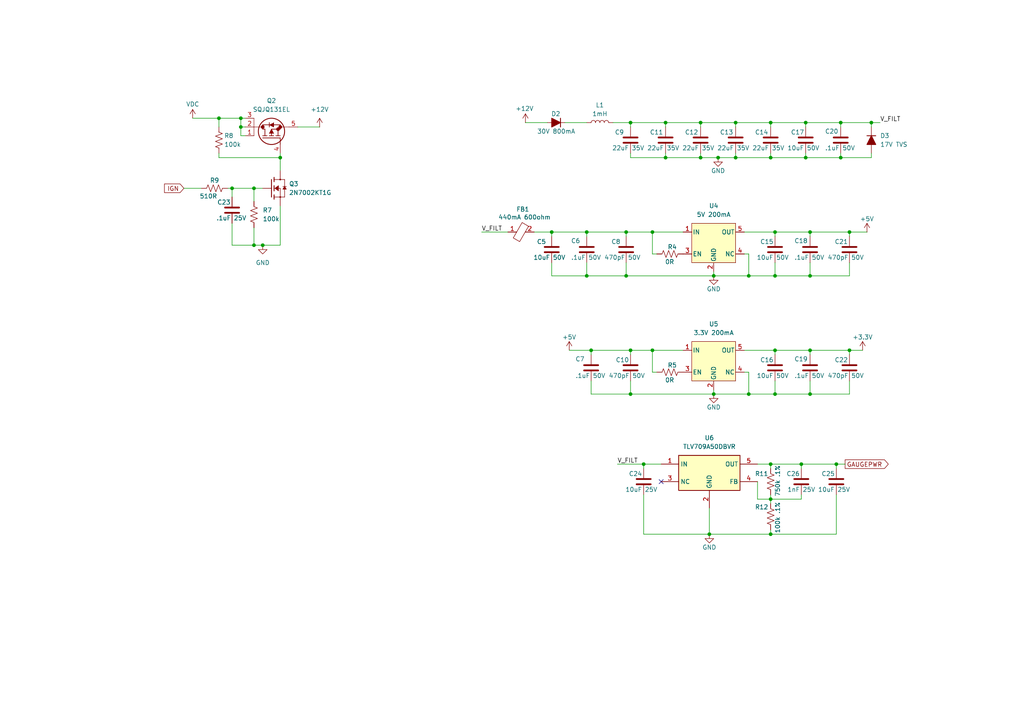
<source format=kicad_sch>
(kicad_sch (version 20231120) (generator "eeschema") (generator_version "8.0")
  (paper "A4")
  (lib_symbols
    (symbol "Sullivan-Labs:CAP_.1uF_25V_0402" (pin_numbers hide) (pin_names (offset 0.254) hide)
      (property "Reference" "C" (at 0.635 2.54 0))
      (property "Value" ".1uF 25V" (at 0.635 -2.54 0))
      (symbol "CAP_.1uF_25V_0402_0_1"
        (polyline (pts (xy -2.032 -0.762) (xy 2.032 -0.762)) (stroke (width 0.508)))
        (polyline (pts (xy -2.032 0.762) (xy 2.032 0.762)) (stroke (width 0.508)))
      )
      (symbol "CAP_.1uF_25V_0402_1_1"
        (pin passive line (at 0 3.81 270) (length 2.794) (name "~") (number "1"))
        (pin passive line (at 0 -3.81 90) (length 2.794) (name "~") (number "2"))
      )
    )
    (symbol "Sullivan-Labs:CAP_.1uF_50V_0603" (pin_numbers hide) (pin_names (offset 0.254) hide)
      (property "Reference" "C" (at 0.635 2.54 0))
      (property "Value" ".1uF 50V" (at 0.635 -2.54 0))
      (symbol "CAP_.1uF_50V_0603_0_1"
        (polyline (pts (xy -2.032 -0.762) (xy 2.032 -0.762)) (stroke (width 0.508)))
        (polyline (pts (xy -2.032 0.762) (xy 2.032 0.762)) (stroke (width 0.508)))
      )
      (symbol "CAP_.1uF_50V_0603_1_1"
        (pin passive line (at 0 3.81 270) (length 2.794) (name "~") (number "1"))
        (pin passive line (at 0 -3.81 90) (length 2.794) (name "~") (number "2"))
      )
    )
    (symbol "Sullivan-Labs:CAP_10uF_25V_0805" (pin_numbers hide) (pin_names (offset 0.254) hide)
      (property "Reference" "C" (at 0.635 2.54 0))
      (property "Value" "10uF 25V" (at 0.635 -2.54 0))
      (symbol "CAP_10uF_25V_0805_0_1"
        (polyline (pts (xy -2.032 -0.762) (xy 2.032 -0.762)) (stroke (width 0.508)))
        (polyline (pts (xy -2.032 0.762) (xy 2.032 0.762)) (stroke (width 0.508)))
      )
      (symbol "CAP_10uF_25V_0805_1_1"
        (pin passive line (at 0 3.81 270) (length 2.794) (name "~") (number "1"))
        (pin passive line (at 0 -3.81 90) (length 2.794) (name "~") (number "2"))
      )
    )
    (symbol "Sullivan-Labs:CAP_10uF_50V_0805" (pin_numbers hide) (pin_names (offset 0.254) hide)
      (property "Reference" "C" (at 0.635 2.54 0))
      (property "Value" "10uF 50V" (at 0.635 -2.54 0))
      (symbol "CAP_10uF_50V_0805_0_1"
        (polyline (pts (xy -2.032 -0.762) (xy 2.032 -0.762)) (stroke (width 0.508)))
        (polyline (pts (xy -2.032 0.762) (xy 2.032 0.762)) (stroke (width 0.508)))
      )
      (symbol "CAP_10uF_50V_0805_1_1"
        (pin passive line (at 0 3.81 270) (length 2.794) (name "~") (number "1"))
        (pin passive line (at 0 -3.81 90) (length 2.794) (name "~") (number "2"))
      )
    )
    (symbol "Sullivan-Labs:CAP_1nF_25V_0402" (pin_numbers hide) (pin_names (offset 0.254) hide)
      (property "Reference" "C" (at 0.635 2.54 0))
      (property "Value" "1nF 25V" (at 0.635 -2.54 0))
      (symbol "CAP_1nF_25V_0402_0_1"
        (polyline (pts (xy -2.032 -0.762) (xy 2.032 -0.762)) (stroke (width 0.508)))
        (polyline (pts (xy -2.032 0.762) (xy 2.032 0.762)) (stroke (width 0.508)))
      )
      (symbol "CAP_1nF_25V_0402_1_1"
        (pin passive line (at 0 3.81 270) (length 2.794) (name "~") (number "1"))
        (pin passive line (at 0 -3.81 90) (length 2.794) (name "~") (number "2"))
      )
    )
    (symbol "Sullivan-Labs:CAP_22uF_35V_0805" (pin_numbers hide) (pin_names (offset 0.254) hide)
      (property "Reference" "C" (at 0.635 2.54 0))
      (property "Value" "22uF 35V" (at 0.635 -2.54 0))
      (symbol "CAP_22uF_35V_0805_0_1"
        (polyline (pts (xy -2.032 -0.762) (xy 2.032 -0.762)) (stroke (width 0.508)))
        (polyline (pts (xy -2.032 0.762) (xy 2.032 0.762)) (stroke (width 0.508)))
      )
      (symbol "CAP_22uF_35V_0805_1_1"
        (pin passive line (at 0 3.81 270) (length 2.794) (name "~") (number "1"))
        (pin passive line (at 0 -3.81 90) (length 2.794) (name "~") (number "2"))
      )
    )
    (symbol "Sullivan-Labs:CAP_470pF_50V_0402" (pin_numbers hide) (pin_names (offset 0.254) hide)
      (property "Reference" "C" (at 0.635 2.54 0))
      (property "Value" "470pF 50V" (at 0.635 -2.54 0))
      (symbol "CAP_470pF_50V_0402_0_1"
        (polyline (pts (xy -2.032 -0.762) (xy 2.032 -0.762)) (stroke (width 0.508)))
        (polyline (pts (xy -2.032 0.762) (xy 2.032 0.762)) (stroke (width 0.508)))
      )
      (symbol "CAP_470pF_50V_0402_1_1"
        (pin passive line (at 0 3.81 270) (length 2.794) (name "~") (number "1"))
        (pin passive line (at 0 -3.81 90) (length 2.794) (name "~") (number "2"))
      )
    )
    (symbol "Sullivan-Labs:DIODE 30V 800mA 220mVf" (pin_numbers hide) (pin_names (offset 0) hide)
      (property "Reference" "D" (at 1.016 4.572 0))
      (property "Value" "30V 800mA" (at 5.588 2.794 0))
      (symbol "DIODE 30V 800mA 220mVf_1_1"
        (polyline (pts (xy 1.27 1.27) (xy 1.27 -1.27)) (stroke (width 0.254)))
        (polyline (pts (xy 1.27 0) (xy 3.81 1.27) (xy 3.81 -1.27) (xy 1.27 0)) (stroke (width 0.254)) (fill (type outline)))
        (pin unspecified line (at 0 0 0) (length 1.27) (name "1") (number "1"))
        (pin unspecified line (at 5.08 0 180) (length 1.27) (name "2") (number "2"))
      )
    )
    (symbol "Sullivan-Labs:DIODE TVS 17Vwm 400W" (pin_numbers hide) (pin_names hide)
      (property "Reference" "D" (at 1.524 6.35 0))
      (property "Value" "17V TVS" (at 1.524 4.572 0))
      (symbol "DIODE TVS 17Vwm 400W_1_1"
        (polyline (pts (xy 2.54 1.27) (xy 2.54 -1.27)) (stroke (width 0.254)))
        (polyline (pts (xy 2.54 0) (xy 5.08 1.27) (xy 5.08 -1.27) (xy 2.54 0)) (stroke (width 0.254)) (fill (type outline)))
        (pin passive line (at 0 0 0) (length 2.54) (name "K") (number "1"))
        (pin passive line (at 7.62 0 180) (length 2.54) (name "A") (number "2"))
      )
    )
    (symbol "Sullivan-Labs:FB_600Ohm_100MHz_0402"
      (property "Reference" "FB" (at 2.286 6.096 0))
      (property "Value" "440mA 600ohm" (at 2.032 4.064 0))
      (symbol "FB_600Ohm_100MHz_0402_0_1"
        (polyline (pts (xy 2.54 0) (xy 2.5146 0)))
        (polyline (pts (xy 5.08 0) (xy 5.0292 0)))
        (polyline (pts (xy 3.4036 -2.7686) (xy 1.5494 -1.7018) (xy 4.1148 2.7686) (xy 5.969 1.6764) (xy 3.4036 -2.7686)))
      )
      (symbol "FB_600Ohm_100MHz_0402_1_1"
        (pin passive line (at 0 0 0) (length 2.54) (name "~") (number "1"))
        (pin passive line (at 7.62 0 180) (length 2.54) (name "~") (number "2"))
      )
    )
    (symbol "Sullivan-Labs:IND 1mH 260mA" (pin_numbers hide) (pin_names (offset 1.016) hide)
      (property "Reference" "L" (at -1.27 0 90))
      (property "Value" "1mH" (at 1.905 0 90))
      (symbol "IND 1mH 260mA_0_1"
        (arc (start 0 -2.54) (mid 0.6323 -1.905) (end 0 -1.27))
        (arc (start 0 -1.27) (mid 0.6323 -0.635) (end 0 0))
        (arc (start 0 0) (mid 0.6323 0.635) (end 0 1.27))
        (arc (start 0 1.27) (mid 0.6323 1.905) (end 0 2.54))
      )
      (symbol "IND 1mH 260mA_1_1"
        (pin passive line (at 0 3.81 270) (length 1.27) (name "1") (number "1"))
        (pin passive line (at 0 -3.81 90) (length 1.27) (name "2") (number "2"))
      )
    )
    (symbol "Sullivan-Labs:LDO 3.3Vout 18Vin 200mA" (pin_names (offset 0.254))
      (property "Reference" "U" (at 9.906 5.334 0))
      (property "Value" "3.3V 200mA" (at 13.97 3.556 0))
      (symbol "LDO 3.3Vout 18Vin 200mA_1_1"
        (rectangle (start 7.62 2.54) (end 20.32 -8.89) (fill (type background)))
        (pin power_in line (at 5.08 0 0) (length 2.54) (name "IN") (number "1"))
        (pin power_out line (at 13.97 -11.43 90) (length 2.54) (name "GND") (number "2"))
        (pin input line (at 5.08 -6.35 0) (length 2.54) (name "EN") (number "3"))
        (pin unspecified line (at 22.86 -6.35 180) (length 2.54) (name "NC") (number "4"))
        (pin power_out line (at 22.86 0 180) (length 2.54) (name "OUT") (number "5"))
      )
    )
    (symbol "Sullivan-Labs:LDO 5Vout 18Vin 200mA" (pin_names (offset 0.254))
      (property "Reference" "U" (at 9.906 5.334 0))
      (property "Value" "5V 200mA" (at 13.97 3.556 0))
      (symbol "LDO 5Vout 18Vin 200mA_1_1"
        (rectangle (start 7.62 2.54) (end 20.32 -8.89) (fill (type background)))
        (pin power_in line (at 5.08 0 0) (length 2.54) (name "IN") (number "1"))
        (pin power_out line (at 13.97 -11.43 90) (length 2.54) (name "GND") (number "2"))
        (pin input line (at 5.08 -6.35 0) (length 2.54) (name "EN") (number "3"))
        (pin unspecified line (at 22.86 -6.35 180) (length 2.54) (name "NC") (number "4"))
        (pin power_out line (at 22.86 0 180) (length 2.54) (name "OUT") (number "5"))
      )
    )
    (symbol "Sullivan-Labs:LDO Adj 30V 150mA"
      (property "Reference" "U" (at 24.13 7.62 0))
      (property "Value" "TLV709A50DBVR" (at 24.13 5.08 0))
      (symbol "LDO Adj 30V 150mA_1_1"
        (rectangle (start 5.08 2.54) (end 22.86 -7.62) (stroke (width 0.254)) (fill (type background)))
        (pin passive line (at 0 0 0) (length 5.08) (name "IN") (number "1"))
        (pin passive line (at 13.97 -12.7 90) (length 5.08) (name "GND") (number "2"))
        (pin passive line (at 0 -5.08 0) (length 5.08) (name "NC") (number "3"))
        (pin passive line (at 27.94 -5.08 180) (length 5.08) (name "FB") (number "4"))
        (pin passive line (at 27.94 0 180) (length 5.08) (name "OUT") (number "5"))
      )
    )
    (symbol "Sullivan-Labs:NMOS 320mA 60V" (pin_numbers hide) (pin_names hide)
      (property "Reference" "Q" (at 11.43 3.81 0))
      (property "Value" "2N7002KT1G" (at 11.43 1.27 0))
      (symbol "NMOS 320mA 60V_0_0"
        (polyline (pts (xy 2.54 2.54) (xy 2.54 -2.54)) (stroke (width 0.254)))
        (polyline (pts (xy 3.302 -2.54) (xy 3.302 -3.175)) (stroke (width 0.254)))
        (polyline (pts (xy 3.302 -1.905) (xy 3.302 -2.54)) (stroke (width 0.254)))
        (polyline (pts (xy 3.302 0) (xy 3.302 -0.762)) (stroke (width 0.254)))
        (polyline (pts (xy 3.302 0) (xy 5.08 0)) (stroke (width 0.1524)))
        (polyline (pts (xy 3.302 0.762) (xy 3.302 0)) (stroke (width 0.254)))
        (polyline (pts (xy 3.302 2.54) (xy 3.302 1.905)) (stroke (width 0.254)))
        (polyline (pts (xy 3.302 2.54) (xy 6.35 2.54)) (stroke (width 0.1524)))
        (polyline (pts (xy 3.302 3.175) (xy 3.302 2.54)) (stroke (width 0.254)))
        (polyline (pts (xy 5.08 -2.54) (xy 3.302 -2.54)) (stroke (width 0.1524)))
        (polyline (pts (xy 5.08 -2.54) (xy 6.35 -2.54)) (stroke (width 0.1524)))
        (polyline (pts (xy 5.08 0) (xy 5.08 -2.54)) (stroke (width 0.1524)))
        (polyline (pts (xy 6.35 0.508) (xy 5.842 0.508)) (stroke (width 0.1524)))
        (polyline (pts (xy 6.35 0.508) (xy 6.35 -2.54)) (stroke (width 0.1524)))
        (polyline (pts (xy 6.35 2.54) (xy 6.35 0.508)) (stroke (width 0.1524)))
        (polyline (pts (xy 6.858 0.508) (xy 6.35 0.508)) (stroke (width 0.1524)))
        (polyline (pts (xy 3.556 0) (xy 4.572 0.762) (xy 4.572 -0.762) (xy 3.556 0)) (stroke (width 0.1524)) (fill (type outline)))
        (polyline (pts (xy 6.35 0.508) (xy 5.842 -0.254) (xy 6.858 -0.254) (xy 6.35 0.508)) (stroke (width 0.1524)) (fill (type outline)))
        (circle (center 5.08 -2.54) (radius 0.127) (stroke (width 0.254)))
        (circle (center 5.08 2.54) (radius 0.127) (stroke (width 0.254)))
      )
      (symbol "NMOS 320mA 60V_1_1"
        (pin passive line (at 0 0 0) (length 2.54) (name "G") (number "1"))
        (pin passive line (at 5.08 -5.08 90) (length 2.54) (name "S") (number "2"))
        (pin passive line (at 5.08 5.08 270) (length 2.54) (name "D") (number "3"))
      )
    )
    (symbol "Sullivan-Labs:PMOS SQJQ131EL" (pin_names (offset 0.254) hide)
      (property "Reference" "Q" (at 11.43 4.445 0))
      (property "Value" "SQJQ131EL" (at 14.478 -2.286 0))
      (symbol "PMOS SQJQ131EL_0_1"
        (polyline (pts (xy 2.54 0) (xy 4.445 0)) (stroke (width 0.2032)))
        (polyline (pts (xy 4.445 0) (xy 4.445 5.08)) (stroke (width 0.2032)))
        (polyline (pts (xy 5.08 0) (xy 5.08 1.27)) (stroke (width 0.2032)))
        (polyline (pts (xy 5.08 0.635) (xy 6.985 0.635)) (stroke (width 0.2032)))
        (polyline (pts (xy 5.08 1.905) (xy 5.08 3.175)) (stroke (width 0.2032)))
        (polyline (pts (xy 5.08 3.81) (xy 5.08 5.08)) (stroke (width 0.2032)))
        (polyline (pts (xy 5.08 4.445) (xy 6.985 4.445)) (stroke (width 0.2032)))
        (polyline (pts (xy 5.08 7.62) (xy 10.16 7.62)) (stroke (width 0.127)))
        (polyline (pts (xy 5.715 2.54) (xy 5.08 2.54)) (stroke (width 0.2032)))
        (polyline (pts (xy 6.985 0) (xy 6.985 2.54)) (stroke (width 0.2032)))
        (polyline (pts (xy 6.985 0) (xy 8.255 0)) (stroke (width 0.2032)))
        (polyline (pts (xy 6.985 4.445) (xy 6.985 5.08)) (stroke (width 0.2032)))
        (polyline (pts (xy 6.985 5.08) (xy 8.255 5.08)) (stroke (width 0.2032)))
        (polyline (pts (xy 7.62 -2.54) (xy 7.62 0)) (stroke (width 0.127)))
        (polyline (pts (xy 7.62 7.62) (xy 7.62 5.08)) (stroke (width 0.127)))
        (polyline (pts (xy 8.255 0) (xy 8.255 1.905)) (stroke (width 0.2032)))
        (polyline (pts (xy 8.255 3.175) (xy 8.255 5.08)) (stroke (width 0.2032)))
        (polyline (pts (xy 8.89 3.175) (xy 7.62 3.175)) (stroke (width 0.2032)))
        (polyline (pts (xy 5.715 1.905) (xy 6.985 2.54) (xy 5.715 3.175)) (fill (type outline)))
        (polyline (pts (xy 8.89 1.905) (xy 7.62 1.905) (xy 8.255 3.175)) (fill (type outline)))
        (circle (center 6.35 2.54) (radius 3.81) (stroke (width 0.254)))
        (circle (center 6.985 0.635) (radius 0.0254) (stroke (width 0.508)))
        (circle (center 7.62 0) (radius 0.0254) (stroke (width 0.508)))
        (circle (center 7.62 5.08) (radius 0.0254) (stroke (width 0.508)))
      )
      (symbol "PMOS SQJQ131EL_1_1"
        (pin unspecified line (at 5.08 10.16 270) (length 2.54) (name "") (number "1"))
        (pin unspecified line (at 7.62 10.16 270) (length 2.54) (name "") (number "2"))
        (pin unspecified line (at 10.16 10.16 270) (length 2.54) (name "") (number "3"))
        (pin unspecified line (at 0 0 0) (length 2.54) (name "") (number "4"))
        (pin unspecified line (at 7.62 -5.08 90) (length 2.54) (name "") (number "5"))
      )
    )
    (symbol "Sullivan-Labs:RES_0R_0402" (pin_numbers hide) (pin_names (offset 0) hide)
      (property "Reference" "R" (at 2.54 0 90))
      (property "Value" "0R" (at -2.54 0 90))
      (symbol "RES_0R_0402_0_1"
        (polyline (pts (xy 0 -2.286) (xy 0 -2.54)))
        (polyline (pts (xy 0 2.286) (xy 0 2.54)))
        (polyline (pts (xy 0 -0.762) (xy 1.016 -1.143) (xy 0 -1.524) (xy -1.016 -1.905) (xy 0 -2.286)))
        (polyline (pts (xy 0 0.762) (xy 1.016 0.381) (xy 0 0) (xy -1.016 -0.381) (xy 0 -0.762)))
        (polyline (pts (xy 0 2.286) (xy 1.016 1.905) (xy 0 1.524) (xy -1.016 1.143) (xy 0 0.762)))
      )
      (symbol "RES_0R_0402_1_1"
        (pin passive line (at 0 3.81 270) (length 1.27) (name "~") (number "1"))
        (pin passive line (at 0 -3.81 90) (length 1.27) (name "~") (number "2"))
      )
    )
    (symbol "Sullivan-Labs:RES_100k_.1%_0402" (pin_numbers hide) (pin_names (offset 0) hide)
      (property "Reference" "R" (at 2.54 0 90))
      (property "Value" "100k .1%" (at -2.54 0 90))
      (symbol "RES_100k_.1%_0402_0_1"
        (polyline (pts (xy 0 -2.286) (xy 0 -2.54)))
        (polyline (pts (xy 0 2.286) (xy 0 2.54)))
        (polyline (pts (xy 0 -0.762) (xy 1.016 -1.143) (xy 0 -1.524) (xy -1.016 -1.905) (xy 0 -2.286)))
        (polyline (pts (xy 0 0.762) (xy 1.016 0.381) (xy 0 0) (xy -1.016 -0.381) (xy 0 -0.762)))
        (polyline (pts (xy 0 2.286) (xy 1.016 1.905) (xy 0 1.524) (xy -1.016 1.143) (xy 0 0.762)))
      )
      (symbol "RES_100k_.1%_0402_1_1"
        (pin passive line (at 0 3.81 270) (length 1.27) (name "~") (number "1"))
        (pin passive line (at 0 -3.81 90) (length 1.27) (name "~") (number "2"))
      )
    )
    (symbol "Sullivan-Labs:RES_100k_0402" (pin_numbers hide) (pin_names (offset 0) hide)
      (property "Reference" "R" (at 2.54 0 90))
      (property "Value" "100k" (at -2.54 0 90))
      (symbol "RES_100k_0402_0_1"
        (polyline (pts (xy 0 -2.286) (xy 0 -2.54)))
        (polyline (pts (xy 0 2.286) (xy 0 2.54)))
        (polyline (pts (xy 0 -0.762) (xy 1.016 -1.143) (xy 0 -1.524) (xy -1.016 -1.905) (xy 0 -2.286)))
        (polyline (pts (xy 0 0.762) (xy 1.016 0.381) (xy 0 0) (xy -1.016 -0.381) (xy 0 -0.762)))
        (polyline (pts (xy 0 2.286) (xy 1.016 1.905) (xy 0 1.524) (xy -1.016 1.143) (xy 0 0.762)))
      )
      (symbol "RES_100k_0402_1_1"
        (pin passive line (at 0 3.81 270) (length 1.27) (name "~") (number "1"))
        (pin passive line (at 0 -3.81 90) (length 1.27) (name "~") (number "2"))
      )
    )
    (symbol "Sullivan-Labs:RES_510R_0402" (pin_numbers hide) (pin_names (offset 0) hide)
      (property "Reference" "R" (at 2.54 0 90))
      (property "Value" "510R" (at -2.54 0 90))
      (symbol "RES_510R_0402_0_1"
        (polyline (pts (xy 0 -2.286) (xy 0 -2.54)))
        (polyline (pts (xy 0 2.286) (xy 0 2.54)))
        (polyline (pts (xy 0 -0.762) (xy 1.016 -1.143) (xy 0 -1.524) (xy -1.016 -1.905) (xy 0 -2.286)))
        (polyline (pts (xy 0 0.762) (xy 1.016 0.381) (xy 0 0) (xy -1.016 -0.381) (xy 0 -0.762)))
        (polyline (pts (xy 0 2.286) (xy 1.016 1.905) (xy 0 1.524) (xy -1.016 1.143) (xy 0 0.762)))
      )
      (symbol "RES_510R_0402_1_1"
        (pin passive line (at 0 3.81 270) (length 1.27) (name "~") (number "1"))
        (pin passive line (at 0 -3.81 90) (length 1.27) (name "~") (number "2"))
      )
    )
    (symbol "Sullivan-Labs:RES_750k_.1%_0402" (pin_numbers hide) (pin_names (offset 0) hide)
      (property "Reference" "R" (at 2.54 0 90))
      (property "Value" "750k .1%" (at -2.54 0 90))
      (symbol "RES_750k_.1%_0402_0_1"
        (polyline (pts (xy 0 -2.286) (xy 0 -2.54)))
        (polyline (pts (xy 0 2.286) (xy 0 2.54)))
        (polyline (pts (xy 0 -0.762) (xy 1.016 -1.143) (xy 0 -1.524) (xy -1.016 -1.905) (xy 0 -2.286)))
        (polyline (pts (xy 0 0.762) (xy 1.016 0.381) (xy 0 0) (xy -1.016 -0.381) (xy 0 -0.762)))
        (polyline (pts (xy 0 2.286) (xy 1.016 1.905) (xy 0 1.524) (xy -1.016 1.143) (xy 0 0.762)))
      )
      (symbol "RES_750k_.1%_0402_1_1"
        (pin passive line (at 0 3.81 270) (length 1.27) (name "~") (number "1"))
        (pin passive line (at 0 -3.81 90) (length 1.27) (name "~") (number "2"))
      )
    )
    (symbol "power:+12V" (power) (pin_numbers hide) (pin_names (offset 0) hide)
      (property "Value" "+12V" (at 0 3.556 0))
      (symbol "+12V_0_1"
        (polyline (pts (xy -0.762 1.27) (xy 0 2.54)))
        (polyline (pts (xy 0 0) (xy 0 2.54)))
        (polyline (pts (xy 0 2.54) (xy 0.762 1.27)))
      )
      (symbol "+12V_1_1"
        (pin power_in line (at 0 0 90) (length 0) (name "~") (number "1"))
      )
    )
    (symbol "power:+3.3V" (power) (pin_numbers hide) (pin_names (offset 0) hide)
      (property "Value" "+3.3V" (at 0 3.556 0))
      (symbol "+3.3V_0_1"
        (polyline (pts (xy -0.762 1.27) (xy 0 2.54)))
        (polyline (pts (xy 0 0) (xy 0 2.54)))
        (polyline (pts (xy 0 2.54) (xy 0.762 1.27)))
      )
      (symbol "+3.3V_1_1"
        (pin power_in line (at 0 0 90) (length 0) (name "~") (number "1"))
      )
    )
    (symbol "power:+5V" (power) (pin_numbers hide) (pin_names (offset 0) hide)
      (property "Value" "+5V" (at 0 3.556 0))
      (symbol "+5V_0_1"
        (polyline (pts (xy -0.762 1.27) (xy 0 2.54)))
        (polyline (pts (xy 0 0) (xy 0 2.54)))
        (polyline (pts (xy 0 2.54) (xy 0.762 1.27)))
      )
      (symbol "+5V_1_1"
        (pin power_in line (at 0 0 90) (length 0) (name "~") (number "1"))
      )
    )
    (symbol "power:GND" (power) (pin_numbers hide) (pin_names (offset 0) hide)
      (property "Value" "GND" (at 0 -3.81 0))
      (symbol "GND_0_1"
        (polyline (pts (xy 0 0) (xy 0 -1.27) (xy 1.27 -1.27) (xy 0 -2.54) (xy -1.27 -1.27) (xy 0 -1.27)))
      )
      (symbol "GND_1_1"
        (pin power_in line (at 0 0 270) (length 0) (name "~") (number "1"))
      )
    )
    (symbol "power:VDC" (power) (pin_numbers hide) (pin_names (offset 0) hide)
      (property "Value" "VDC" (at 0 3.556 0))
      (symbol "VDC_0_1"
        (polyline (pts (xy -0.762 1.27) (xy 0 2.54)))
        (polyline (pts (xy 0 0) (xy 0 2.54)))
        (polyline (pts (xy 0 2.54) (xy 0.762 1.27)))
      )
      (symbol "VDC_1_1"
        (pin power_in line (at 0 0 90) (length 0) (name "~") (number "1"))
      )
    )
  )
  (junction (at 171.45 101.6))
  (junction (at 203.2 35.56))
  (junction (at 217.17 114.3))
  (junction (at 234.95 101.6))
  (junction (at 246.38 101.6))
  (junction (at 181.61 67.31))
  (junction (at 76.2 71.12))
  (junction (at 252.73 35.56))
  (junction (at 243.84 45.72))
  (junction (at 207.01 114.3))
  (junction (at 223.52 134.62))
  (junction (at 81.28 45.72))
  (junction (at 217.17 80.01))
  (junction (at 160.02 67.31))
  (junction (at 208.28 45.72))
  (junction (at 67.31 54.61))
  (junction (at 232.41 134.62))
  (junction (at 223.52 154.94))
  (junction (at 224.79 114.3))
  (junction (at 234.95 114.3))
  (junction (at 189.23 67.31))
  (junction (at 189.23 101.6))
  (junction (at 73.66 71.12))
  (junction (at 242.57 134.62))
  (junction (at 243.84 35.56))
  (junction (at 69.85 36.83))
  (junction (at 170.18 67.31))
  (junction (at 234.95 80.01))
  (junction (at 213.36 35.56))
  (junction (at 224.79 80.01))
  (junction (at 182.88 35.56))
  (junction (at 182.88 114.3))
  (junction (at 193.04 35.56))
  (junction (at 193.04 45.72))
  (junction (at 170.18 80.01))
  (junction (at 186.69 134.62))
  (junction (at 223.52 35.56))
  (junction (at 224.79 101.6))
  (junction (at 205.74 154.94))
  (junction (at 181.61 80.01))
  (junction (at 223.52 144.78))
  (junction (at 73.66 54.61))
  (junction (at 182.88 101.6))
  (junction (at 213.36 45.72))
  (junction (at 224.79 67.31))
  (junction (at 246.38 67.31))
  (junction (at 203.2 45.72))
  (junction (at 234.95 67.31))
  (junction (at 207.01 80.01))
  (junction (at 63.5 34.29))
  (junction (at 69.85 34.29))
  (junction (at 233.68 45.72))
  (junction (at 223.52 45.72))
  (junction (at 233.68 35.56))
  (no_connect (at 191.77 139.7))
  (wire (pts (xy 219.71 134.62) (xy 223.52 134.62)))
  (wire (pts (xy 171.45 110.49) (xy 171.45 114.3)))
  (wire (pts (xy 215.9 107.95) (xy 217.17 107.95)))
  (wire (pts (xy 224.79 110.49) (xy 224.79 114.3)))
  (wire (pts (xy 152.4 35.56) (xy 158.75 35.56)))
  (wire (pts (xy 217.17 107.95) (xy 217.17 114.3)))
  (wire (pts (xy 193.04 35.56) (xy 193.04 36.83)))
  (wire (pts (xy 186.69 134.62) (xy 186.69 135.89)))
  (wire (pts (xy 193.04 44.45) (xy 193.04 45.72)))
  (wire (pts (xy 208.28 45.72) (xy 203.2 45.72)))
  (wire (pts (xy 234.95 101.6) (xy 234.95 102.87)))
  (wire (pts (xy 63.5 44.45) (xy 63.5 45.72)))
  (wire (pts (xy 243.84 35.56) (xy 252.73 35.56)))
  (wire (pts (xy 69.85 36.83) (xy 71.12 36.83)))
  (wire (pts (xy 189.23 73.66) (xy 189.23 67.31)))
  (wire (pts (xy 189.23 73.66) (xy 190.5 73.66)))
  (wire (pts (xy 219.71 144.78) (xy 223.52 144.78)))
  (wire (pts (xy 73.66 54.61) (xy 76.2 54.61)))
  (wire (pts (xy 181.61 67.31) (xy 189.23 67.31)))
  (wire (pts (xy 243.84 35.56) (xy 233.68 35.56)))
  (wire (pts (xy 223.52 144.78) (xy 223.52 146.05)))
  (wire (pts (xy 190.5 107.95) (xy 189.23 107.95)))
  (wire (pts (xy 224.79 80.01) (xy 234.95 80.01)))
  (wire (pts (xy 205.74 154.94) (xy 223.52 154.94)))
  (wire (pts (xy 246.38 101.6) (xy 250.19 101.6)))
  (wire (pts (xy 186.69 143.51) (xy 186.69 154.94)))
  (wire (pts (xy 234.95 80.01) (xy 246.38 80.01)))
  (wire (pts (xy 233.68 35.56) (xy 233.68 36.83)))
  (wire (pts (xy 234.95 110.49) (xy 234.95 114.3)))
  (wire (pts (xy 67.31 71.12) (xy 73.66 71.12)))
  (wire (pts (xy 223.52 154.94) (xy 242.57 154.94)))
  (wire (pts (xy 160.02 67.31) (xy 170.18 67.31)))
  (wire (pts (xy 246.38 110.49) (xy 246.38 114.3)))
  (wire (pts (xy 234.95 114.3) (xy 246.38 114.3)))
  (wire (pts (xy 246.38 101.6) (xy 246.38 102.87)))
  (wire (pts (xy 73.66 71.12) (xy 76.2 71.12)))
  (wire (pts (xy 213.36 44.45) (xy 213.36 45.72)))
  (wire (pts (xy 233.68 35.56) (xy 223.52 35.56)))
  (wire (pts (xy 233.68 45.72) (xy 223.52 45.72)))
  (wire (pts (xy 224.79 114.3) (xy 234.95 114.3)))
  (wire (pts (xy 224.79 76.2) (xy 224.79 80.01)))
  (wire (pts (xy 252.73 36.83) (xy 252.73 35.56)))
  (wire (pts (xy 224.79 67.31) (xy 224.79 68.58)))
  (wire (pts (xy 232.41 135.89) (xy 232.41 134.62)))
  (wire (pts (xy 207.01 80.01) (xy 207.01 78.74)))
  (wire (pts (xy 69.85 39.37) (xy 69.85 36.83)))
  (wire (pts (xy 53.34 54.61) (xy 58.42 54.61)))
  (wire (pts (xy 223.52 35.56) (xy 223.52 36.83)))
  (wire (pts (xy 223.52 134.62) (xy 232.41 134.62)))
  (wire (pts (xy 207.01 114.3) (xy 207.01 113.03)))
  (wire (pts (xy 69.85 36.83) (xy 69.85 34.29)))
  (wire (pts (xy 203.2 44.45) (xy 203.2 45.72)))
  (wire (pts (xy 246.38 67.31) (xy 251.46 67.31)))
  (wire (pts (xy 252.73 44.45) (xy 252.73 45.72)))
  (wire (pts (xy 160.02 67.31) (xy 160.02 68.58)))
  (wire (pts (xy 81.28 45.72) (xy 81.28 49.53)))
  (wire (pts (xy 181.61 67.31) (xy 181.61 68.58)))
  (wire (pts (xy 67.31 57.15) (xy 67.31 54.61)))
  (wire (pts (xy 224.79 67.31) (xy 234.95 67.31)))
  (wire (pts (xy 213.36 35.56) (xy 203.2 35.56)))
  (wire (pts (xy 223.52 35.56) (xy 213.36 35.56)))
  (wire (pts (xy 223.52 135.89) (xy 223.52 134.62)))
  (wire (pts (xy 63.5 34.29) (xy 63.5 36.83)))
  (wire (pts (xy 182.88 35.56) (xy 182.88 36.83)))
  (wire (pts (xy 215.9 73.66) (xy 217.17 73.66)))
  (wire (pts (xy 73.66 66.04) (xy 73.66 71.12)))
  (wire (pts (xy 233.68 44.45) (xy 233.68 45.72)))
  (wire (pts (xy 213.36 35.56) (xy 213.36 36.83)))
  (wire (pts (xy 182.88 101.6) (xy 189.23 101.6)))
  (wire (pts (xy 203.2 45.72) (xy 193.04 45.72)))
  (wire (pts (xy 63.5 34.29) (xy 69.85 34.29)))
  (wire (pts (xy 182.88 110.49) (xy 182.88 114.3)))
  (wire (pts (xy 223.52 153.67) (xy 223.52 154.94)))
  (wire (pts (xy 242.57 143.51) (xy 242.57 154.94)))
  (wire (pts (xy 163.83 35.56) (xy 170.18 35.56)))
  (wire (pts (xy 207.01 80.01) (xy 217.17 80.01)))
  (wire (pts (xy 215.9 101.6) (xy 224.79 101.6)))
  (wire (pts (xy 217.17 80.01) (xy 224.79 80.01)))
  (wire (pts (xy 171.45 101.6) (xy 171.45 102.87)))
  (wire (pts (xy 186.69 154.94) (xy 205.74 154.94)))
  (wire (pts (xy 243.84 36.83) (xy 243.84 35.56)))
  (wire (pts (xy 242.57 135.89) (xy 242.57 134.62)))
  (wire (pts (xy 160.02 80.01) (xy 170.18 80.01)))
  (wire (pts (xy 234.95 101.6) (xy 246.38 101.6)))
  (wire (pts (xy 217.17 73.66) (xy 217.17 80.01)))
  (wire (pts (xy 71.12 39.37) (xy 69.85 39.37)))
  (wire (pts (xy 234.95 67.31) (xy 246.38 67.31)))
  (wire (pts (xy 243.84 44.45) (xy 243.84 45.72)))
  (wire (pts (xy 189.23 101.6) (xy 198.12 101.6)))
  (wire (pts (xy 66.04 54.61) (xy 67.31 54.61)))
  (wire (pts (xy 232.41 134.62) (xy 242.57 134.62)))
  (wire (pts (xy 181.61 76.2) (xy 181.61 80.01)))
  (wire (pts (xy 219.71 139.7) (xy 219.71 144.78)))
  (wire (pts (xy 234.95 76.2) (xy 234.95 80.01)))
  (wire (pts (xy 193.04 35.56) (xy 182.88 35.56)))
  (wire (pts (xy 170.18 76.2) (xy 170.18 80.01)))
  (wire (pts (xy 182.88 114.3) (xy 207.01 114.3)))
  (wire (pts (xy 170.18 67.31) (xy 170.18 68.58)))
  (wire (pts (xy 69.85 34.29) (xy 71.12 34.29)))
  (wire (pts (xy 182.88 101.6) (xy 182.88 102.87)))
  (wire (pts (xy 205.74 154.94) (xy 205.74 147.32)))
  (wire (pts (xy 246.38 76.2) (xy 246.38 80.01)))
  (wire (pts (xy 67.31 64.77) (xy 67.31 71.12)))
  (wire (pts (xy 217.17 114.3) (xy 224.79 114.3)))
  (wire (pts (xy 223.52 45.72) (xy 213.36 45.72)))
  (wire (pts (xy 189.23 101.6) (xy 189.23 107.95)))
  (wire (pts (xy 223.52 44.45) (xy 223.52 45.72)))
  (wire (pts (xy 215.9 67.31) (xy 224.79 67.31)))
  (wire (pts (xy 86.36 36.83) (xy 92.71 36.83)))
  (wire (pts (xy 232.41 143.51) (xy 232.41 144.78)))
  (wire (pts (xy 170.18 67.31) (xy 181.61 67.31)))
  (wire (pts (xy 189.23 67.31) (xy 198.12 67.31)))
  (wire (pts (xy 186.69 134.62) (xy 191.77 134.62)))
  (wire (pts (xy 234.95 67.31) (xy 234.95 68.58)))
  (wire (pts (xy 207.01 114.3) (xy 217.17 114.3)))
  (wire (pts (xy 243.84 45.72) (xy 233.68 45.72)))
  (wire (pts (xy 232.41 144.78) (xy 223.52 144.78)))
  (wire (pts (xy 203.2 35.56) (xy 193.04 35.56)))
  (wire (pts (xy 179.07 134.62) (xy 186.69 134.62)))
  (wire (pts (xy 67.31 54.61) (xy 73.66 54.61)))
  (wire (pts (xy 223.52 143.51) (xy 223.52 144.78)))
  (wire (pts (xy 154.94 67.31) (xy 160.02 67.31)))
  (wire (pts (xy 246.38 67.31) (xy 246.38 68.58)))
  (wire (pts (xy 160.02 76.2) (xy 160.02 80.01)))
  (wire (pts (xy 252.73 35.56) (xy 255.27 35.56)))
  (wire (pts (xy 139.7 67.31) (xy 147.32 67.31)))
  (wire (pts (xy 224.79 101.6) (xy 224.79 102.87)))
  (wire (pts (xy 170.18 80.01) (xy 181.61 80.01)))
  (wire (pts (xy 81.28 71.12) (xy 81.28 59.69)))
  (wire (pts (xy 177.8 35.56) (xy 182.88 35.56)))
  (wire (pts (xy 81.28 45.72) (xy 81.28 44.45)))
  (wire (pts (xy 171.45 114.3) (xy 182.88 114.3)))
  (wire (pts (xy 165.1 101.6) (xy 171.45 101.6)))
  (wire (pts (xy 181.61 80.01) (xy 207.01 80.01)))
  (wire (pts (xy 213.36 45.72) (xy 208.28 45.72)))
  (wire (pts (xy 171.45 101.6) (xy 182.88 101.6)))
  (wire (pts (xy 245.11 134.62) (xy 242.57 134.62)))
  (wire (pts (xy 243.84 45.72) (xy 252.73 45.72)))
  (wire (pts (xy 55.88 34.29) (xy 63.5 34.29)))
  (wire (pts (xy 63.5 45.72) (xy 81.28 45.72)))
  (wire (pts (xy 193.04 45.72) (xy 182.88 45.72)))
  (wire (pts (xy 203.2 35.56) (xy 203.2 36.83)))
  (wire (pts (xy 76.2 71.12) (xy 81.28 71.12)))
  (wire (pts (xy 224.79 101.6) (xy 234.95 101.6)))
  (wire (pts (xy 73.66 54.61) (xy 73.66 58.42)))
  (wire (pts (xy 182.88 44.45) (xy 182.88 45.72)))
  (label "V_FILT" (at 139.7 67.31 0))
  (label "V_FILT" (at 179.07 134.62 0))
  (label "V_FILT" (at 255.27 35.56 0))
  (global_label "IGN" (shape input) (at 53.34 54.61 180) (property "Intersheetrefs" "${INTERSHEET_REFS}" (effects (hide yes))))
  (global_label "GAUGEPWR" (shape output) (at 245.11 134.62 0) (property "Intersheetrefs" "${INTERSHEET_REFS}" (effects (hide yes))))
  (symbol (lib_id "Sullivan-Labs:CAP_22uF_35V_0805") (at 203.2 40.64 0) (unit 1)
    (property "Reference" "C12" (at 198.628 38.354 0) (effects (justify left)))
    (property "Value" "22uF 35V" (at 197.866 42.926 0) (effects (justify left)))
    (property "Footprint" "Sullivan-Labs:C_0805_2012Metric" (effects (hide yes)))
    (property "Description" "22uF 35V 0805 Capacitor" (effects (hide yes)))
    (property "Manufacturer" "TDK Corporation" (effects (hide yes)))
    (property "PN" "C2012X5R1V226M125AC" (effects (hide yes)))
  )
  (symbol (lib_id "Sullivan-Labs:CAP_10uF_25V_0805") (at 186.69 139.7 0) (unit 1)
    (property "Reference" "C24" (at 182.372 137.414 0) (effects (justify left)))
    (property "Value" "10uF 25V" (at 181.356 141.986 0) (effects (justify left)))
    (property "Footprint" "Sullivan-Labs:C_0805_2012Metric" (effects (hide yes)))
    (property "Description" "10uF 25V 10% 0805 Capacitor" (effects (hide yes)))
    (property "Manufacturer" "Samsung Electro-Mechanics" (effects (hide yes)))
    (property "PN" "CL21A106KAYNNNE" (effects (hide yes)))
  )
  (symbol (lib_id "Sullivan-Labs:IND 1mH 260mA") (at 173.99 35.56 90) (unit 1)
    (property "Reference" "L1" (at 173.99 30.48 90))
    (property "Value" "1mH" (at 173.99 33.02 90))
    (property "Footprint" "Sullivan-Labs:DR73-102-R" (effects (hide yes)))
    (property "Description" "FIXED IND 1MH 260MA 4.34 OHM SMD" (effects (hide yes)))
    (property "Manufacturer" "Eaton - Electronics Division" (effects (hide yes)))
    (property "PN" "DR73-102-R" (effects (hide yes)))
  )
  (symbol (lib_id "Sullivan-Labs:CAP_.1uF_25V_0402") (at 67.31 60.96 0) (unit 1)
    (property "Reference" "C23" (at 62.992 58.674 0) (effects (justify left)))
    (property "Value" ".1uF 25V" (at 62.738 63.246 0) (effects (justify left)))
    (property "Footprint" "Sullivan-Labs:C_0402_1005Metric" (effects (hide yes)))
    (property "Description" ".1uF 25V 10% 0402 Capacitor" (effects (hide yes)))
    (property "Manufacturer" "Yageo" (effects (hide yes)))
    (property "PN" "CC0402KRX7R8BB104" (effects (hide yes)))
  )
  (symbol (lib_id "Sullivan-Labs:CAP_.1uF_50V_0603") (at 234.95 106.68 0) (unit 1)
    (property "Reference" "C19" (at 230.378 104.14 0) (effects (justify left)))
    (property "Value" ".1uF 50V" (at 230.378 108.966 0) (effects (justify left)))
    (property "Footprint" "Sullivan-Labs:C_0603_1608Metric" (effects (hide yes)))
    (property "Description" ".1uF 50V 0603 Capacitor" (effects (hide yes)))
    (property "Manufacturer" "KEMET" (effects (hide yes)))
    (property "PN" "C0603C104M5RAC7867" (effects (hide yes)))
  )
  (symbol (lib_id "Sullivan-Labs:RES_750k_.1%_0402") (at 223.52 139.7 0) (unit 1)
    (property "Reference" "R11" (at 218.948 137.414 0) (effects (justify left)))
    (property "Value" "750k .1%" (at 225.552 144.018 90) (effects (justify left)))
    (property "Footprint" "Sullivan-Labs:R_0402_1005Metric" (effects (hide yes)))
    (property "Description" "750kOhm .1% 0402 Resistor" (effects (hide yes)))
    (property "Manufacturer" "YAGEO" (effects (hide yes)))
    (property "PN" "RE0402BRE07750KL " (effects (hide yes)))
  )
  (symbol (lib_id "Sullivan-Labs:CAP_10uF_50V_0805") (at 224.79 72.39 0) (unit 1)
    (property "Reference" "C15" (at 220.472 70.104 0) (effects (justify left)))
    (property "Value" "10uF 50V" (at 219.456 74.676 0) (effects (justify left)))
    (property "Footprint" "Sullivan-Labs:C_0805_2012Metric" (effects (hide yes)))
    (property "Description" "10uF 50V 0805 Capacitor" (effects (hide yes)))
    (property "Manufacturer" "Murata Electronics" (effects (hide yes)))
    (property "PN" "GRM21BR61H106ME43L" (effects (hide yes)))
  )
  (symbol (lib_id "Sullivan-Labs:LDO 3.3Vout 18Vin 200mA") (at 193.04 101.6 0) (unit 1)
    (property "Reference" "U5" (at 207.01 93.98 0))
    (property "Value" "3.3V 200mA" (at 207.01 96.52 0))
    (property "Footprint" "Sullivan-Labs:SC-74A, SOT-753" (effects (hide yes)))
    (property "Datasheet" "TPS7A2433DBVR" (effects (hide yes)))
    (property "Description" "IC REG LINEAR 5V 200MA SOT23-5" (effects (hide yes)))
    (property "Manufacturer" "Texas Instruments" (effects (hide yes)))
    (property "PN" "TPS7A2433DBVR" (effects (hide yes)))
  )
  (symbol (lib_id "Sullivan-Labs:CAP_.1uF_50V_0603") (at 170.18 72.39 0) (unit 1)
    (property "Reference" "C6" (at 165.608 69.85 0) (effects (justify left)))
    (property "Value" ".1uF 50V" (at 165.608 74.676 0) (effects (justify left)))
    (property "Footprint" "Sullivan-Labs:C_0603_1608Metric" (effects (hide yes)))
    (property "Description" ".1uF 50V 0603 Capacitor" (effects (hide yes)))
    (property "Manufacturer" "KEMET" (effects (hide yes)))
    (property "PN" "C0603C104M5RAC7867" (effects (hide yes)))
  )
  (symbol (lib_id "Sullivan-Labs:CAP_470pF_50V_0402") (at 246.38 106.68 0) (unit 1)
    (property "Reference" "C22" (at 242.062 104.394 0) (effects (justify left)))
    (property "Value" "470pF 50V" (at 240.03 108.966 0) (effects (justify left)))
    (property "Footprint" "Sullivan-Labs:C_0402_1005Metric" (effects (hide yes)))
    (property "Description" "470pF 50V 0402 Capacitor" (effects (hide yes)))
    (property "Manufacturer" "Taiyo Yuden" (effects (hide yes)))
    (property "PN" "UMK105B7471KV-F" (effects (hide yes)))
  )
  (symbol (lib_id "Sullivan-Labs:CAP_470pF_50V_0402") (at 182.88 106.68 0) (unit 1)
    (property "Reference" "C10" (at 178.562 104.394 0) (effects (justify left)))
    (property "Value" "470pF 50V" (at 176.53 108.966 0) (effects (justify left)))
    (property "Footprint" "Sullivan-Labs:C_0402_1005Metric" (effects (hide yes)))
    (property "Description" "470pF 50V 0402 Capacitor" (effects (hide yes)))
    (property "Manufacturer" "Taiyo Yuden" (effects (hide yes)))
    (property "PN" "UMK105B7471KV-F" (effects (hide yes)))
  )
  (symbol (lib_id "power:+5V") (at 165.1 101.6 0) (unit 1)
    (property "Reference" "#PWR06" (effects (hide yes)))
    (property "Value" "+5V" (at 165.1 97.79 0))
    (property "Description" "Power symbol creates a global label with name \"+5V\"" (effects (hide yes)))
  )
  (symbol (lib_id "Sullivan-Labs:CAP_.1uF_50V_0603") (at 234.95 72.39 0) (unit 1)
    (property "Reference" "C18" (at 230.378 69.85 0) (effects (justify left)))
    (property "Value" ".1uF 50V" (at 230.378 74.676 0) (effects (justify left)))
    (property "Footprint" "Sullivan-Labs:C_0603_1608Metric" (effects (hide yes)))
    (property "Description" ".1uF 50V 0603 Capacitor" (effects (hide yes)))
    (property "Manufacturer" "KEMET" (effects (hide yes)))
    (property "PN" "C0603C104M5RAC7867" (effects (hide yes)))
  )
  (symbol (lib_id "Sullivan-Labs:CAP_10uF_50V_0805") (at 160.02 72.39 0) (unit 1)
    (property "Reference" "C5" (at 155.702 70.104 0) (effects (justify left)))
    (property "Value" "10uF 50V" (at 154.686 74.676 0) (effects (justify left)))
    (property "Footprint" "Sullivan-Labs:C_0805_2012Metric" (effects (hide yes)))
    (property "Description" "10uF 50V 0805 Capacitor" (effects (hide yes)))
    (property "Manufacturer" "Murata Electronics" (effects (hide yes)))
    (property "PN" "GRM21BR61H106ME43L" (effects (hide yes)))
  )
  (symbol (lib_id "Sullivan-Labs:RES_100k_0402") (at 73.66 62.23 0) (unit 1)
    (property "Reference" "R7" (at 76.2 60.9599 0) (effects (justify left)))
    (property "Value" "100k" (at 76.2 63.4999 0) (effects (justify left)))
    (property "Footprint" "Sullivan-Labs:R_0402_1005Metric" (effects (hide yes)))
    (property "Description" "100kOhm 1% 0402 Resistor" (effects (hide yes)))
    (property "Manufacturer" "Sunway" (effects (hide yes)))
    (property "PN" "SC0402F1003F2ANRH" (effects (hide yes)))
  )
  (symbol (lib_id "power:+5V") (at 251.46 67.31 0) (unit 1)
    (property "Reference" "#PWR011" (effects (hide yes)))
    (property "Value" "+5V" (at 251.46 63.5 0))
    (property "Description" "Power symbol creates a global label with name \"+5V\"" (effects (hide yes)))
  )
  (symbol (lib_id "Sullivan-Labs:CAP_.1uF_50V_0603") (at 171.45 106.68 0) (unit 1)
    (property "Reference" "C7" (at 166.878 104.14 0) (effects (justify left)))
    (property "Value" ".1uF 50V" (at 166.878 108.966 0) (effects (justify left)))
    (property "Footprint" "Sullivan-Labs:C_0603_1608Metric" (effects (hide yes)))
    (property "Description" ".1uF 50V 0603 Capacitor" (effects (hide yes)))
    (property "Manufacturer" "KEMET" (effects (hide yes)))
    (property "PN" "C0603C104M5RAC7867" (effects (hide yes)))
  )
  (symbol (lib_id "power:+12V") (at 92.71 36.83 0) (unit 1)
    (property "Reference" "#PWR014" (effects (hide yes)))
    (property "Value" "+12V" (at 92.71 31.75 0))
    (property "Description" "Power symbol creates a global label with name \"+12V\"" (effects (hide yes)))
  )
  (symbol (lib_id "Sullivan-Labs:CAP_470pF_50V_0402") (at 246.38 72.39 0) (unit 1)
    (property "Reference" "C21" (at 242.062 70.104 0) (effects (justify left)))
    (property "Value" "470pF 50V" (at 240.03 74.676 0) (effects (justify left)))
    (property "Footprint" "Sullivan-Labs:C_0402_1005Metric" (effects (hide yes)))
    (property "Description" "470pF 50V 0402 Capacitor" (effects (hide yes)))
    (property "Manufacturer" "Taiyo Yuden" (effects (hide yes)))
    (property "PN" "UMK105B7471KV-F" (effects (hide yes)))
  )
  (symbol (lib_id "Sullivan-Labs:CAP_22uF_35V_0805") (at 223.52 40.64 0) (unit 1)
    (property "Reference" "C14" (at 218.948 38.354 0) (effects (justify left)))
    (property "Value" "22uF 35V" (at 218.186 42.926 0) (effects (justify left)))
    (property "Footprint" "Sullivan-Labs:C_0805_2012Metric" (effects (hide yes)))
    (property "Description" "22uF 35V 0805 Capacitor" (effects (hide yes)))
    (property "Manufacturer" "TDK Corporation" (effects (hide yes)))
    (property "PN" "C2012X5R1V226M125AC" (effects (hide yes)))
  )
  (symbol (lib_id "Sullivan-Labs:DIODE 30V 800mA 220mVf") (at 163.83 35.56 180) (unit 1)
    (property "Reference" "D2" (at 162.56 33.02 0) (effects (justify left)))
    (property "Value" "30V 800mA" (at 166.878 38.1 0) (effects (justify left)))
    (property "Footprint" "Sullivan-Labs:SC-76, SOD-323" (effects (hide yes)))
    (property "Description" "DIODE SCHOTTKY 30V 800MA USC" (effects (hide yes)))
    (property "Manufacturer" "Toshiba Semiconductor and Storage" (effects (hide yes)))
    (property "PN" "CUS08F30,H3F" (effects (hide yes)))
  )
  (symbol (lib_id "Sullivan-Labs:CAP_22uF_35V_0805") (at 193.04 40.64 0) (unit 1)
    (property "Reference" "C11" (at 188.468 38.354 0) (effects (justify left)))
    (property "Value" "22uF 35V" (at 187.706 42.926 0) (effects (justify left)))
    (property "Footprint" "Sullivan-Labs:C_0805_2012Metric" (effects (hide yes)))
    (property "Description" "22uF 35V 0805 Capacitor" (effects (hide yes)))
    (property "Manufacturer" "TDK Corporation" (effects (hide yes)))
    (property "PN" "C2012X5R1V226M125AC" (effects (hide yes)))
  )
  (symbol (lib_id "Sullivan-Labs:CAP_10uF_50V_0805") (at 233.68 40.64 0) (unit 1)
    (property "Reference" "C17" (at 229.362 38.354 0) (effects (justify left)))
    (property "Value" "10uF 50V" (at 228.346 42.926 0) (effects (justify left)))
    (property "Footprint" "Sullivan-Labs:C_0805_2012Metric" (effects (hide yes)))
    (property "Description" "10uF 50V 0805 Capacitor" (effects (hide yes)))
    (property "Manufacturer" "Murata Electronics" (effects (hide yes)))
    (property "PN" "GRM21BR61H106ME43L" (effects (hide yes)))
  )
  (symbol (lib_id "Sullivan-Labs:FB_600Ohm_100MHz_0402") (at 147.32 67.31 0) (unit 1)
    (property "Reference" "FB1" (at 151.638 60.706 0))
    (property "Value" "440mA 600ohm" (at 152.146 62.992 0))
    (property "Footprint" "Sullivan-Labs:R_0402_1005Metric" (effects (hide yes)))
    (property "Datasheet" "https://product.tdk.com/system/files/dam/doc/product/emc/emc/beads/catalog/beads_commercial_signal_mmz1005-h_en.pdf" (effects (hide yes)))
    (property "Description" "Chip Beads, |Z|=600? at 100MHz, L x W x T :" (effects (hide yes)))
    (property "Manufacturer" "TDK-Lambda" (effects (hide yes)))
    (property "PN" "MMZ1005S601HT000" (effects (hide yes)))
  )
  (symbol (lib_id "power:GND") (at 76.2 71.12 0) (unit 1)
    (property "Reference" "#PWR012" (effects (hide yes)))
    (property "Value" "GND" (at 76.2 76.2 0))
    (property "Description" "Power symbol creates a global label with name \"GND\" , ground" (effects (hide yes)))
  )
  (symbol (lib_id "Sullivan-Labs:CAP_1nF_25V_0402") (at 232.41 139.7 0) (unit 1)
    (property "Reference" "C26" (at 228.092 137.414 0) (effects (justify left)))
    (property "Value" "1nF 25V" (at 228.346 141.986 0) (effects (justify left)))
    (property "Footprint" "Sullivan-Labs:C_0402_1005Metric" (effects (hide yes)))
    (property "Description" "1nF 25V 5% 0402 Capacitor" (effects (hide yes)))
    (property "Manufacturer" "Murata Electronics" (effects (hide yes)))
    (property "PN" "GRT1555C1E102JA02J" (effects (hide yes)))
  )
  (symbol (lib_id "Sullivan-Labs:RES_100k_0402") (at 63.5 40.64 0) (unit 1)
    (property "Reference" "R8" (at 65.024 39.37 0) (effects (justify left)))
    (property "Value" "100k" (at 65.024 41.91 0) (effects (justify left)))
    (property "Footprint" "Sullivan-Labs:R_0402_1005Metric" (effects (hide yes)))
    (property "Description" "100kOhm 1% 0402 Resistor" (effects (hide yes)))
    (property "Manufacturer" "Sunway" (effects (hide yes)))
    (property "PN" "SC0402F1003F2ANRH" (effects (hide yes)))
  )
  (symbol (lib_id "Sullivan-Labs:CAP_10uF_25V_0805") (at 242.57 139.7 0) (unit 1)
    (property "Reference" "C25" (at 238.252 137.414 0) (effects (justify left)))
    (property "Value" "10uF 25V" (at 237.236 141.986 0) (effects (justify left)))
    (property "Footprint" "Sullivan-Labs:C_0805_2012Metric" (effects (hide yes)))
    (property "Description" "10uF 25V 10% 0805 Capacitor" (effects (hide yes)))
    (property "Manufacturer" "Samsung Electro-Mechanics" (effects (hide yes)))
    (property "PN" "CL21A106KAYNNNE" (effects (hide yes)))
  )
  (symbol (lib_id "Sullivan-Labs:CAP_22uF_35V_0805") (at 182.88 40.64 0) (unit 1)
    (property "Reference" "C9" (at 178.308 38.354 0) (effects (justify left)))
    (property "Value" "22uF 35V" (at 177.546 42.926 0) (effects (justify left)))
    (property "Footprint" "Sullivan-Labs:C_0805_2012Metric" (effects (hide yes)))
    (property "Description" "22uF 35V 0805 Capacitor" (effects (hide yes)))
    (property "Manufacturer" "TDK Corporation" (effects (hide yes)))
    (property "PN" "C2012X5R1V226M125AC" (effects (hide yes)))
  )
  (symbol (lib_id "power:+3.3V") (at 250.19 101.6 0) (unit 1)
    (property "Reference" "#PWR010" (effects (hide yes)))
    (property "Value" "+3.3V" (at 250.19 97.79 0))
    (property "Description" "Power symbol creates a global label with name \"+3.3V\"" (effects (hide yes)))
  )
  (symbol (lib_id "Sullivan-Labs:RES_510R_0402") (at 62.23 54.61 90) (unit 1)
    (property "Reference" "R9" (at 62.23 52.324 90))
    (property "Value" "510R" (at 60.452 56.896 90))
    (property "Footprint" "Sullivan-Labs:R_0402_1005Metric" (effects (hide yes)))
    (property "Description" "510Ohm .1% 0402 Resistor" (effects (hide yes)))
    (property "Manufacturer" "Yageo" (effects (hide yes)))
    (property "PN" "RT0402BRD07510RL" (effects (hide yes)))
  )
  (symbol (lib_id "Sullivan-Labs:CAP_22uF_35V_0805") (at 213.36 40.64 0) (unit 1)
    (property "Reference" "C13" (at 208.788 38.354 0) (effects (justify left)))
    (property "Value" "22uF 35V" (at 208.026 42.926 0) (effects (justify left)))
    (property "Footprint" "Sullivan-Labs:C_0805_2012Metric" (effects (hide yes)))
    (property "Description" "22uF 35V 0805 Capacitor" (effects (hide yes)))
    (property "Manufacturer" "TDK Corporation" (effects (hide yes)))
    (property "PN" "C2012X5R1V226M125AC" (effects (hide yes)))
  )
  (symbol (lib_id "Sullivan-Labs:CAP_10uF_50V_0805") (at 224.79 106.68 0) (unit 1)
    (property "Reference" "C16" (at 220.472 104.394 0) (effects (justify left)))
    (property "Value" "10uF 50V" (at 219.456 108.966 0) (effects (justify left)))
    (property "Footprint" "Sullivan-Labs:C_0805_2012Metric" (effects (hide yes)))
    (property "Description" "10uF 50V 0805 Capacitor" (effects (hide yes)))
    (property "Manufacturer" "Murata Electronics" (effects (hide yes)))
    (property "PN" "GRM21BR61H106ME43L" (effects (hide yes)))
  )
  (symbol (lib_id "Sullivan-Labs:RES_0R_0402") (at 194.31 107.95 90) (unit 1)
    (property "Reference" "R5" (at 196.342 105.918 90) (effects (justify left)))
    (property "Value" "0R" (at 195.58 110.236 90) (effects (justify left)))
    (property "Footprint" "Sullivan-Labs:R_0402_1005Metric" (effects (hide yes)))
    (property "Description" "0Ohm 5% 0402 Resistor" (effects (hide yes)))
    (property "Manufacturer" "Yageo" (effects (hide yes)))
    (property "PN" "AC0402JR-070RL" (effects (hide yes)))
  )
  (symbol (lib_id "Sullivan-Labs:DIODE TVS 17Vwm 400W") (at 252.73 36.83 270) (unit 1)
    (property "Reference" "D3" (at 255.27 39.3699 90) (effects (justify left)))
    (property "Value" "17V TVS" (at 255.27 41.9099 90) (effects (justify left)))
    (property "Footprint" "Sullivan-Labs:SOD123W" (effects (hide yes)))
    (property "Datasheet" "https://www.arrow.com/en/products/ptvs17vs1ur115/nexperia" (effects (hide yes)))
    (property "Description" "Uni-Directional TVS Diode, 400W, 2-Pin SOD-123W" (effects (hide yes)))
    (property "PN" "PTVS17VS1UR,115" (effects (hide yes)))
    (property "Manufacturer" "Nexperia" (effects (hide yes)))
  )
  (symbol (lib_id "Sullivan-Labs:CAP_470pF_50V_0402") (at 181.61 72.39 0) (unit 1)
    (property "Reference" "C8" (at 177.292 70.104 0) (effects (justify left)))
    (property "Value" "470pF 50V" (at 175.26 74.676 0) (effects (justify left)))
    (property "Footprint" "Sullivan-Labs:C_0402_1005Metric" (effects (hide yes)))
    (property "Description" "470pF 50V 0402 Capacitor" (effects (hide yes)))
    (property "Manufacturer" "Taiyo Yuden" (effects (hide yes)))
    (property "PN" "UMK105B7471KV-F" (effects (hide yes)))
  )
  (symbol (lib_id "power:GND") (at 207.01 80.01 0) (unit 1)
    (property "Reference" "#PWR07" (effects (hide yes)))
    (property "Value" "GND" (at 207.01 83.82 0))
    (property "Description" "Power symbol creates a global label with name \"GND\" , ground" (effects (hide yes)))
  )
  (symbol (lib_id "Sullivan-Labs:RES_0R_0402") (at 194.31 73.66 90) (unit 1)
    (property "Reference" "R4" (at 196.342 71.628 90) (effects (justify left)))
    (property "Value" "0R" (at 195.58 75.946 90) (effects (justify left)))
    (property "Footprint" "Sullivan-Labs:R_0402_1005Metric" (effects (hide yes)))
    (property "Description" "0Ohm 5% 0402 Resistor" (effects (hide yes)))
    (property "Manufacturer" "Yageo" (effects (hide yes)))
    (property "PN" "AC0402JR-070RL" (effects (hide yes)))
  )
  (symbol (lib_id "Sullivan-Labs:LDO 5Vout 18Vin 200mA") (at 193.04 67.31 0) (unit 1)
    (property "Reference" "U4" (at 207.01 59.69 0))
    (property "Value" "5V 200mA" (at 207.01 62.23 0))
    (property "Footprint" "Sullivan-Labs:SC-74A, SOT-753" (effects (hide yes)))
    (property "Datasheet" "TPS7A2450DBVR" (effects (hide yes)))
    (property "Description" "IC REG LINEAR 5V 200MA SOT23-5" (effects (hide yes)))
    (property "Manufacturer" "Texas Instruments" (effects (hide yes)))
    (property "PN" "TPS7A2450DBVR" (effects (hide yes)))
  )
  (symbol (lib_id "Sullivan-Labs:CAP_.1uF_50V_0603") (at 243.84 40.64 0) (unit 1)
    (property "Reference" "C20" (at 239.268 38.1 0) (effects (justify left)))
    (property "Value" ".1uF 50V" (at 239.268 42.926 0) (effects (justify left)))
    (property "Footprint" "Sullivan-Labs:C_0603_1608Metric" (effects (hide yes)))
    (property "Description" ".1uF 50V 0603 Capacitor" (effects (hide yes)))
    (property "Manufacturer" "KEMET" (effects (hide yes)))
    (property "PN" "C0603C104M5RAC7867" (effects (hide yes)))
  )
  (symbol (lib_id "power:GND") (at 207.01 114.3 0) (unit 1)
    (property "Reference" "#PWR08" (effects (hide yes)))
    (property "Value" "GND" (at 207.01 118.11 0))
    (property "Description" "Power symbol creates a global label with name \"GND\" , ground" (effects (hide yes)))
  )
  (symbol (lib_id "power:+12V") (at 152.4 35.56 0) (unit 1)
    (property "Reference" "#PWR05" (effects (hide yes)))
    (property "Value" "+12V" (at 152.146 31.496 0))
    (property "Description" "Power symbol creates a global label with name \"+12V\"" (effects (hide yes)))
  )
  (symbol (lib_id "power:VDC") (at 55.88 34.29 0) (unit 1)
    (property "Reference" "#PWR013" (effects (hide yes)))
    (property "Value" "VDC" (at 55.88 30.226 0))
    (property "Description" "Power symbol creates a global label with name \"VDC\"" (effects (hide yes)))
  )
  (symbol (lib_id "Sullivan-Labs:PMOS SQJQ131EL") (at 81.28 44.45 90) (unit 1)
    (property "Reference" "Q2" (at 78.74 29.21 90))
    (property "Value" "SQJQ131EL" (at 78.74 31.75 90))
    (property "Footprint" "Sullivan-Labs:TO_EL-T1_GE3_VIS" (effects (hide yes)))
    (property "Datasheet" "SQJQ131EL-T1_GE3" (effects (hide yes)))
    (property "Description" "30V  280A 600W 175C" (effects (hide yes)))
    (property "Manufacturer" "Vishay Semiconductors" (effects (hide yes)))
    (property "PN" "SQJQ131EL-T1_GE3" (effects (hide yes)))
  )
  (symbol (lib_id "power:GND") (at 208.28 45.72 0) (unit 1)
    (property "Reference" "#PWR09" (effects (hide yes)))
    (property "Value" "GND" (at 208.28 49.53 0))
    (property "Description" "Power symbol creates a global label with name \"GND\" , ground" (effects (hide yes)))
  )
  (symbol (lib_id "power:GND") (at 205.74 154.94 0) (unit 1)
    (property "Reference" "#PWR017" (effects (hide yes)))
    (property "Value" "GND" (at 205.74 158.75 0))
    (property "Description" "Power symbol creates a global label with name \"GND\" , ground" (effects (hide yes)))
  )
  (symbol (lib_id "Sullivan-Labs:LDO Adj 30V 150mA") (at 191.77 134.62 0) (unit 1)
    (property "Reference" "U6" (at 205.74 127 0))
    (property "Value" "TLV709A50DBVR" (at 205.74 129.54 0))
    (property "Footprint" "Sullivan-Labs:SOT95P280X145-5N" (effects (hide yes)))
    (property "Datasheet" "https://www.ti.com/lit/ds/symlink/tlv709.pdf?HQS=dis-mous-null-mousermode-dsf-pf-null-wwe&ts=1688573282911&ref_url=https%253A%252F%252Fwww.mouser.de%252F" (effects (hide yes)))
    (property "Description" "LDO Voltage Regulators 150-mA 30-V low-dropout (LDO) linear regulator with 3.2- A supply current" (effects (hide yes)))
    (property "Height" "1.45" (effects (hide yes)))
    (property "Manufacturer" "Texas Instruments" (effects (hide yes)))
    (property "PN" "TLV709A50DBVR" (effects (hide yes)))
  )
  (symbol (lib_id "Sullivan-Labs:NMOS 320mA 60V") (at 76.2 54.61 0) (unit 1)
    (property "Reference" "Q3" (at 83.82 53.3399 0) (effects (justify left)))
    (property "Value" "2N7002KT1G" (at 83.82 55.8799 0) (effects (justify left)))
    (property "Footprint" "Sullivan-Labs:SOT95P230X110-3N" (effects (hide yes)))
    (property "Description" "MOSFET N-CH 60V 320MA SOT23-3" (effects (hide yes)))
    (property "Manufacturer" "onsemi" (effects (hide yes)))
    (property "PN" "2N7002KT1G" (effects (hide yes)))
  )
  (symbol (lib_id "Sullivan-Labs:RES_100k_.1%_0402") (at 223.52 149.86 0) (unit 1)
    (property "Reference" "R12" (at 218.948 147.066 0) (effects (justify left)))
    (property "Value" "100k .1%" (at 225.552 154.686 90) (effects (justify left)))
    (property "Footprint" "Sullivan-Labs:R_0402_1005Metric" (effects (hide yes)))
    (property "Description" "100kOhm .1% 0402 Resistor" (effects (hide yes)))
    (property "Manufacturer" "YAGEO" (effects (hide yes)))
    (property "PN" "RT0402BRE07100KL" (effects (hide yes)))
  )
)
</source>
